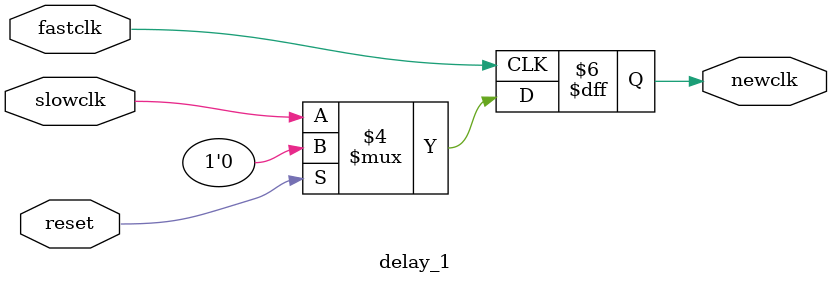
<source format=v>
`timescale 1ns / 1ps


module delay_1(
input wire reset,
input wire fastclk,
input wire slowclk,
output reg newclk=0
    );
    always @(negedge fastclk)
    begin
        if (reset)
        begin
            newclk<=0;
        end
        else
            begin
                newclk<=slowclk;
            end
    end
endmodule

</source>
